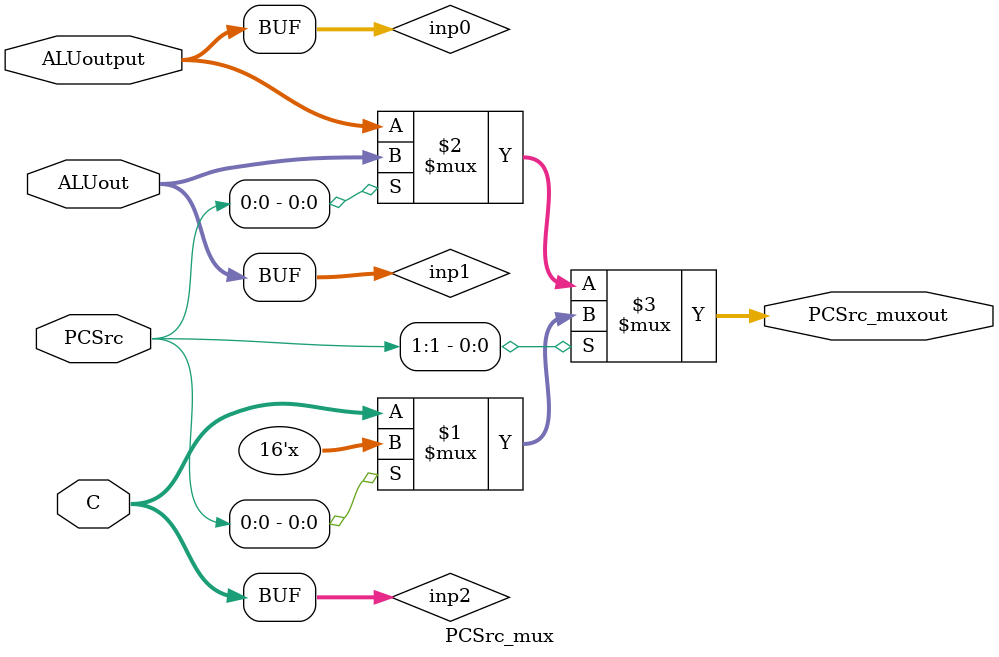
<source format=v>

`timescale 1ns / 1ps

module tb_multi_cycle;
    
    reg clk;
    reg reset;
    
    multi_cycle uut(.clk(clk), .reset(reset));
    
    wire [15:0] reg1, reg2, reg3, reg4, reg5, reg6, reg7, reg8,
    reg9, reg10, reg11, reg12, reg13, reg14, reg15;
    
    assign reg1 = uut.I.rf.registers[4'd1];
    assign reg2 = uut.I.rf.registers[4'd2];
    assign reg3 = uut.I.rf.registers[4'd3];
    assign reg4 = uut.I.rf.registers[4'd4];
    assign reg5 = uut.I.rf.registers[4'd5];
    assign reg6 = uut.I.rf.registers[4'd6];
    assign reg7 = uut.I.rf.registers[4'd7];
    assign reg8 = uut.I.rf.registers[4'd8];
    assign reg9 = uut.I.rf.registers[4'd9];
    assign reg10 = uut.I.rf.registers[4'd10];
    assign reg11 = uut.I.rf.registers[4'd11];
    assign reg12 = uut.I.rf.registers[4'd12];
    assign reg13 = uut.I.rf.registers[4'd13];
    assign reg14 = uut.I.rf.registers[4'd14];
    assign reg15 = uut.I.rf.registers[4'd15];
    
    wire [15:0] mem_data, Address, IR, MDR, ALUout, PC;
    wire [1:0] PCSrc;
    wire MemRead, PCWrite;
    
    assign mem_data = uut.I.insMem.mem_data;
    assign Address = uut.I.insMem.Address;
    assign MemRead = uut.MemRead;
    assign IR = uut.IR;
    assign MDR = uut.I.mdrReg.MDR;
    assign ALUout = uut.ALUout;
    assign PC = uut.PC;
    assign PCSrc = uut.PCSrc;
    assign PCWrite = uut.PCWrite;
    
    always #5 clk = ~clk;
    
    initial
    begin
        clk = 1'b0;
        reset = 1'b1;
        #10
        reset=1'b0;
    end
    
    always@*
    begin
    $display("The values of the internal registers 1-15 are - ");
    $display("%d, %d, %d, %d, %d, %d, %d, %d, %d, %d, %d, %d, %d, %d, %d", reg1, reg2, reg3, reg4, reg5, reg6, reg7, reg8,
    reg9, reg10, reg11, reg12, reg13, reg14, reg15);
    end
    
    always@*
    begin
    $display("Instruction Register (IR), PC (Program Counter),  ALUout - ");
    $display("%d, %d, %d ", IR, PC, ALUout);
    end
    
endmodule

//------------------------------------------------------------------------------------------------------------------------

`timescale 1ns / 1ps

module multi_cycle(
clk, reset
    );

input clk, reset;
wire [3:0] opcode, func_field;
wire PCWrite, PCWriteCond, MemReadI, MemRead, MemWrite, IRWrite, RegWrite, RegDst, MemToReg, Branch;
wire [1:0] ALUSrcA, Shiftop, PCSrc;
wire [2:0] ALUSrcB, ALUop;
wire [4:0] present_state, next_state;

controlunit cu(
opcode, func_field, clk, reset, present_state, next_state, 
PCWrite, PCWriteCond, MemReadI, MemRead, MemWrite, IRWrite, RegWrite, RegDst, MemToReg, Branch, 
ALUSrcA, Shiftop, PCSrc, 
ALUSrcB, ALUop
    );
    
wire [15:0] A,  B;
wire [3:0] IR74;
wire [15:0] Result;
wire Carryout, ZeroBit;
    
alu my_alu(
A, B, IR74, Shiftop, ALUop, Result, Carryout, ZeroBit
    );

wire [15:0] RegA, RegB, RegC, RegD, RegE;
wire [15:0] IR;
wire [15:0] Address;
reg [15:0] ALUout;

interconnect I(.A(RegA), .B(RegB), .C(RegC), .D(RegD), .E(RegE), 
.IR(IR), .clk(clk), .IRWrite(IRWrite), .Address(Address), .MemReadI(MemReadI), .MemRead(MemRead), .RegWrite(RegWrite), 
.RegDst(RegDst), .MemToReg(MemToReg), .ALUout(ALUout), .MemWrite(MemWrite));

always@(posedge clk)
begin
ALUout <= Result;
end

wire [15:0] PCSrc_muxout;
wire [15:0] PC;

assign opcode = IR[15:12];
assign func_field = IR[3:0];
assign IR74 = IR[7:4];
assign Address = PC;

PC_reg pc_r(.reset(reset), .PCSrc_muxout(PCSrc_muxout), .PCWrite(PCWrite), .PCWriteCond(PCWriteCond), 
.zero(ZeroBit), .Branch(Branch), .clk(clk) , .PC(PC));

wire [15:0] ALUSrcB_muxout, ALUSrcA_muxout;

ALUSrcB_mux aluBmux(.IR(IR), .B(RegB), .ALUSrcB(ALUSrcB), .ALUSrcB_muxout(ALUSrcB_muxout)); 
ALUSrcA_mux aluAmux(.PC(PC), .A(RegA), .C(RegC), .D(RegD), .ALUSrcA(ALUSrcA), .ALUSrcA_muxout(ALUSrcA_muxout));

assign A = ALUSrcA_muxout;
assign B = ALUSrcB_muxout;

PCSrc_mux pcmux(.ALUoutput(Result), .ALUout(ALUout), .C(RegC), .PCSrc(PCSrc), .PCSrc_muxout(PCSrc_muxout));

endmodule

//------------------------------------------------------------------------------------------------------------------------

`timescale 1ns / 1ps

module alu(
A, B, IR74, Shiftop, ALUop, Result, Carryout, ZeroBit
    );

input [15:0] A,  B;
input [3:0] IR74;
// amount of shift
input [1:0] Shiftop;
// tells whether to shift arithmetic left, logical left, logical right etc
input [2:0] ALUop;
output reg [15:0] Result;
output Carryout, ZeroBit;

wire Binvert;
wire [1:0] ALUop10;
assign Binvert = ALUop [2];
assign ALUop10 = ALUop [1:0];

wire [15:0] Result0, Result1, Result2, Result3;

assign Result0 = {~(A[15]&B[15]), ~(A[14]&B[14]), ~(A[13]&B[13]), ~(A[12]&B[12]), ~(A[11]&B[11]), 
~(A[10]&B[10]), ~(A[9]&B[9]), ~(A[8]&B[8]), ~(A[7]&B[7]), ~(A[6]&B[6]), ~(A[5]&B[5]), 
~(A[4]&B[4]), ~(A[3]&B[3]), ~(A[2]&B[2]), ~(A[1]&B[1]), ~(A[0]&B[0])};

assign Result1 = {(A[15]|B[15]), (A[14]|B[14]), (A[13]|B[13]), (A[12]|B[12]), (A[11]|B[11]), 
(A[10]|B[10]), (A[9]|B[9]), (A[8]|B[8]), (A[7]|B[7]), (A[6]|B[6]), (A[5]|B[5]), 
(A[4]|B[4]), (A[3]|B[3]), (A[2]|B[2]), (A[1]|B[1]), (A[0]|B[0])};

wire [15:0] B_src_adder;

assign B_src_adder = Binvert? ~B : B;

adder16bit FA16(.X(A), .Y(B_src_adder), .Carryin(Binvert), .Result2(Result2), .Carryout(Carryout));

nor (ZeroBit, Result2[15], Result2[14], Result2[13], Result2[12], Result2[11], Result2[10], Result2[9], 
Result2[8], Result2[7], Result2[6], Result2[5], Result2[4], Result2[3], Result2[2], 
Result2[1], Result2[0]);

shiftreg SR(A, Shiftop, IR74, Result3);

always@(*)
begin
case(ALUop10)
2'b00: Result = Result0;
2'b01: Result = Result1;
2'b10: Result = Result2;
2'b11: Result = Result3;
default: Result = 16'dz;
endcase
end

endmodule

`timescale 1ns / 1ps

module shiftreg(
A, Shiftop, IR74, Result3
    );

input [15:0] A;
input [1:0] Shiftop;
// if 01, logical left
// if 10, logical right
// if 11, arithmetic left
input [3:0] IR74;
// amount of shifr
output reg [15:0] Result3;

always@(*)
begin

case(Shiftop)

2'b01: 
begin
case(IR74)
4'd0: Result3 = A;
4'd1: Result3 = {A[14:0], 1'd0};
4'd2: Result3 = {A[13:0], 2'd0};
4'd3: Result3 = {A[12:0], 3'd0};
4'd4: Result3 = {A[11:0], 4'd0};
4'd5: Result3 = {A[10:0], 5'd0};
4'd6: Result3 = {A[9:0], 6'd0};
4'd7: Result3 = {A[8:0], 7'd0};
4'd8: Result3 = {A[7:0], 8'd0};
4'd9: Result3 = {A[6:0], 9'd0};
4'd10: Result3 = {A[5:0], 10'd0};
4'd11: Result3 = {A[4:0], 11'd0};
4'd12: Result3 = {A[3:0], 12'd0};
4'd13: Result3 = {A[2:0], 13'd0};
4'd14: Result3 = {A[1:0], 14'd0};
4'd15: Result3 = {A[0], 15'd0};
default: Result3 = 16'dz;
endcase
end

2'b10: 
begin
case(IR74)
4'd0: Result3 = A;
4'd1: Result3 = {1'd0, A[15:1]};
4'd2: Result3 = {2'd0, A[15:2]};
4'd3: Result3 = {3'd0, A[15:3]};
4'd4: Result3 = {4'd0, A[15:4]};
4'd5: Result3 = {5'd0, A[15:5]};
4'd6: Result3 = {6'd0, A[15:6]};
4'd7: Result3 = {7'd0, A[15:7]};
4'd8: Result3 = {8'd0, A[15:8]};
4'd9: Result3 = {9'd0, A[15:9]};
4'd10: Result3 = {10'd0, A[15:10]};
4'd11: Result3 = {11'd0, A[15:11]};
4'd12: Result3 = {12'd0, A[15:12]};
4'd13: Result3 = {13'd0, A[15:13]};
4'd14: Result3 = {14'd0, A[15:14]};
4'd15: Result3 = {15'd0, A[15]};
default: Result3 = 16'dz;
endcase
end

2'b11: 
begin
case(IR74)
4'd0: Result3 = A;
4'd1: Result3 = {A[15], A[15:1]};
4'd2: Result3 = {A[15], A[15], A[15:2]};
4'd3: Result3 = {A[15], A[15], A[15], A[15:3]};
4'd4: Result3 = {A[15], A[15], A[15], A[15], A[15:4]};
4'd5: Result3 = {A[15], A[15], A[15], A[15], A[15], A[15:5]};
4'd6: Result3 = {A[15], A[15], A[15], A[15], A[15], A[15], A[15:6]};
4'd7: Result3 = {A[15], A[15], A[15], A[15], A[15], A[15], A[15], A[15:7]};
4'd8: Result3 = {A[15], A[15], A[15], A[15], A[15], A[15], A[15], A[15], A[15:8]};
4'd9: Result3 = {A[15], A[15], A[15], A[15], A[15], A[15], A[15], A[15], A[15], A[15:9]};
4'd10: Result3 = {A[15], A[15], A[15], A[15], A[15], A[15], A[15], A[15], A[15], A[15], A[15:10]};
4'd11: Result3 = {A[15], A[15], A[15], A[15], A[15], A[15], A[15], A[15], A[15], A[15], A[15], A[15:11]};
4'd12: Result3 = {A[15], A[15], A[15], A[15], A[15], A[15], A[15], A[15], A[15], A[15], A[15], A[15], A[15:12]};
4'd13: Result3 = {A[15], A[15], A[15], A[15], A[15], A[15], A[15], A[15], A[15], A[15], A[15], A[15], A[15], A[15:13]};
4'd14: Result3 = {A[15], A[15], A[15], A[15], A[15], A[15], A[15], A[15], A[15], A[15], A[15], A[15], A[15], A[15], A[15:14]};
4'd15: Result3 = {A[15], A[15], A[15], A[15], A[15], A[15], A[15], A[15], A[15], A[15], A[15], A[15], A[15], A[15], A[15], A[15]};
default: Result3 = 16'dz;
endcase
end

default: Result3 = 16'dz;

endcase

end

endmodule

`timescale 1ns / 1ps

module adder16bit(
X, Y, Carryin, Result2, Carryout
    );

input Carryin;
input [15:0] X, Y;
output [15:0] Result2;
output Carryout;

wire [16:0] a;

assign a = {1'b0, X} + {1'b0, Y} + Carryin;

assign Carryout = a[16];
assign Result2 = a[15:0];

endmodule

//-------------------------------------------------------------------------------------------------------------------------------------

`timescale 1ns / 1ps

module adder16bit_tb;

wire [15:0] Result2;
wire Carryout;
reg [15:0] X, Y;
reg Carryin;

adder16bit x(X, Y, Carryin, Result2, Carryout);

initial begin

Carryin=1'b0;
X=16'd10000;
Y=16'd5000;
#5
Carryin = 1'b1;
#5
X=16'b1111_1111_1111_1111;
Y=16'b1111_1111_1111_1111;
#5
X=16'd0;
#5
Y=16'd0;
#5
Carryin=1'b0;
#5
Carryin=1'b1;
X=16'd8926;
Y=16'd65000;

end

endmodule

//----------------------------------------------------------------------------------------------------------------------------------------

`timescale 1ns / 1ps

module shiftreg_tb;

wire [15:0] Result3;
reg [15:0] A;
reg [3:0] IR74;
reg [1:0] Shiftop;

shiftreg x(A, Shiftop, IR74, Result3);

initial begin

Shiftop = 2'd1;
A= 16'b1011_0000_1010_1001;
IR74 = 4'd14;
#5
IR74 = 4'd3;
#5
IR74 = 4'd0;
#5
A= 16'b1000_1110_1110_1011;
IR74 = 4'd1;
#5
IR74 = 4'd6;
#5

Shiftop = 2'd3;
A= 16'b1111_0000_1010_1111;
IR74 = 4'd5;
#5
IR74 = 4'd0;
#5
A= 16'b0110_0010_1011_0101;
IR74 = 4'd9;
#5

Shiftop = 2'd2;
A= 16'b1111_0000_1010_1111;
IR74 = 4'd5;
#5
IR74 = 4'd0;
#5
A= 16'b0110_0010_1011_0101;
IR74 = 4'd9;
#5

Shiftop=2'd3;
A=16'b1000_0010_0110_0101;
IR74=4'd12;
#5

Shiftop=2'd1;
A=16'b1111_0010_1000_1010;
IR74=4'd3;
#5

Shiftop=2'd2;
A=16'b1110_1010_1000_1010;
IR74=4'd2;

end

endmodule

//----------------------------------------------------------------------------------------------------------------------------------

`timescale 1ns / 1ps

module alu_tb;

reg [15:0] A,  B;
reg [3:0] IR74;
reg [1:0] Shiftop;
reg [2:0] ALUop;
wire [15:0] Result;
wire Carryout, ZeroBit;

alu my_alu(A, B, IR74, Shiftop, ALUop, Result, Carryout, ZeroBit);

initial begin

ALUop = 3'b000;
A = 16'd0;
B = 16'd0;
#5
A = 16'b0011_0101_1010_1111;
B = 16'b1110_1100_0010_0110;
#5
A = 16'b1111_1111_1111_1111;
B = 16'b0100_1100_1011_1001;
#5

ALUop = 3'b001;
A = 16'd0;
B = 16'b1110_1101_1001_0011;
#5
A = 16'b1111_0000_0000_1010;
B = 16'b1110_1101_1001_0011;

ALUop = 3'b011;
Shiftop = 2'b11;
IR74 = 4'd8;
A = 16'b1110_1101_1001_0011;
#5
A = 16'b1111_0000_0000_1010;
IR74=4'd2;
Shiftop = 2'b10;
#5
Shiftop = 2'b01;
#5
IR74=4'd0;
#5

ALUop = 3'b010;
A = 16'd0;
B = 16'b1110_1101_1001_0011;
#5
B = 16'd0;
#5
A=16'd100;
B=16'd200;
#5
A=16'd60000;
B=16'd10000;
#5

ALUop = 3'b110;
A = 16'd500;
B = 16'd2;
#5
B = 16'd0;
#5
A=16'b1000_1111_0000_1011;
B=16'b0100_1011_1010_1001;
#5
A=16'd15432;
B=16'd15432;
#5

ALUop=3'b100;
A=16'b1111_0000_1111_0000;
B=16'b0011_0111_1000_1001;
#5
ALUop=3'b001;
#5
ALUop=3'd2;
#5
ALUop=3'd6;
#5
ALUop=3'd3;
Shiftop=2'd2;
IR74=4'd6;
#5
Shiftop=2'd1;
IR74=4'd1;

end

endmodule

//--------------------------------------------------------------------------------------------------------------------------------

`timescale 1ns / 1ps

module controlunit(
opcode, func_field, clk, reset, present_state, next_state, 
PCWrite, PCWriteCond, MemReadI, MemRead, MemWrite, IRWrite, RegWrite, RegDst, MemToReg, Branch,
ALUSrcA, Shiftop, PCSrc, 
ALUSrcB, ALUop
    );

input clk, reset;
input [3:0] opcode, func_field;
output reg PCWrite, PCWriteCond, MemReadI, MemRead, MemWrite, IRWrite, RegWrite, RegDst, MemToReg, Branch;
output reg [1:0] ALUSrcA, Shiftop, PCSrc;
output reg [2:0] ALUSrcB, ALUop;
output reg [4:0] present_state, next_state;

localparam state0 = 5'd0, state1=5'd1, state2 = 5'd2, state3 = 5'd3, 
state4 = 5'd4, state5 = 5'd5, state6=5'd6, state7=5'd7, state8=5'd8, state9=5'd9, state10=5'd10,
state11 = 5'd11, state12 = 5'd12, state13 = 5'd13, state14 = 5'd14, state15 = 5'd15, state16 = 5'd16, 
state17 = 5'd17, state18 = 5'd18, state19 = 5'd19, state20 = 5'd20, state21 = 5'd21, state22 = 5'd22;

always @(posedge clk)
begin
if(reset)
present_state <= state0;
else
present_state <= next_state;
end

always @(*)
// outputs
begin
case(present_state)
state0: begin MemReadI = 1'b1;
Branch=1'b0; 
IRWrite = 1'b1; 
ALUSrcA = 2'b00; 
ALUSrcB = 3'b001; 
ALUop = 3'b010; 
PCSrc = 2'b00; 
PCWrite = 1'b1; 
RegWrite = 1'b0; 
MemRead = 1'b0;
MemWrite = 1'b0; end
state1: begin MemReadI = 1'b0;
Branch=1'b0; 
PCWrite = 1'b0;
RegWrite = 1'b0;
MemRead = 1'b0;
MemWrite = 1'b0;
IRWrite = 1'b0; end
state2: begin ALUSrcA = 2'b01;
Branch=1'b0;
ALUSrcB = 3'b000;
ALUop = 3'b010;
MemReadI = 1'b0;
PCWrite = 1'b0;
RegWrite = 1'b0;
MemRead = 1'b0;
MemWrite = 1'b0;
IRWrite = 1'b0; end
state3: begin MemToReg = 1'b0;
Branch=1'b0;
RegDst = 1'b1;
RegWrite = 1'b1;
MemReadI = 1'b0;
PCWrite = 1'b0;
MemRead = 1'b0;
MemWrite = 1'b0;
IRWrite = 1'b0; end
state4: begin ALUSrcA = 2'b01;
Branch=1'b0;
ALUSrcB = 3'b000;
ALUop = 3'b110;
MemReadI = 1'b0;
PCWrite = 1'b0;
RegWrite = 1'b0;
MemRead = 1'b0;
MemWrite = 1'b0;
IRWrite = 1'b0; end
state5: begin ALUSrcA = 2'b01;
Branch=1'b0;
ALUSrcB = 3'b000;
ALUop = 3'b000;
MemReadI = 1'b0;
PCWrite = 1'b0;
RegWrite = 1'b0;
MemRead = 1'b0;
MemWrite = 1'b0;
IRWrite = 1'b0; end
state6: begin ALUSrcA = 2'b01;
Branch=1'b0;
ALUSrcB = 3'b000;
ALUop = 3'b001;
MemReadI = 1'b0;
PCWrite = 1'b0;
RegWrite = 1'b0;
MemRead = 1'b0;
MemWrite = 1'b0;
IRWrite = 1'b0; end
state7: begin ALUSrcA = 2'b10;
Branch=1'b0;
ALUSrcB = 3'b101;
ALUop = 3'b010;
MemReadI = 1'b0;
PCWrite = 1'b0;
RegWrite = 1'b0;
MemRead = 1'b0;
MemWrite = 1'b0;
IRWrite = 1'b0; end
state8: begin ALUSrcA = 2'b10;
Branch=1'b0;
ALUSrcB = 3'b100;
ALUop = 3'b010;
MemReadI = 1'b0;
PCWrite = 1'b0;
RegWrite = 1'b0;
MemRead = 1'b0;
MemWrite = 1'b0;
IRWrite = 1'b0; end
state9: begin ALUSrcA = 2'b10;
Branch=1'b0;
ALUSrcB = 3'b101;
ALUop = 3'b110;
MemReadI = 1'b0;
PCWrite = 1'b0;
RegWrite = 1'b0;
MemRead = 1'b0;
MemWrite = 1'b0;
IRWrite = 1'b0; end
state10: begin ALUSrcA = 2'b10;
Branch=1'b0;
ALUSrcB = 3'b100;
ALUop = 3'b110;
MemReadI = 1'b0;
PCWrite = 1'b0;
RegWrite = 1'b0;
MemRead = 1'b0;
MemWrite = 1'b0;
IRWrite = 1'b0; end
state11: begin ALUSrcA = 2'b10;
Branch=1'b0;
ALUSrcB = 3'b101;
ALUop = 3'b000;
MemReadI = 1'b0;
PCWrite = 1'b0;
RegWrite = 1'b0;
MemRead = 1'b0;
MemWrite = 1'b0;
IRWrite = 1'b0; end
state12: begin ALUSrcA = 2'b10;
Branch=1'b0;
ALUSrcB = 3'b101;
ALUop = 3'b001;
MemReadI = 1'b0;
PCWrite = 1'b0;
RegWrite = 1'b0;
MemRead = 1'b0;
MemWrite = 1'b0;
IRWrite = 1'b0; end
state13: begin ALUSrcA = 2'b10;
Branch=1'b0;
ALUop = 3'b011;
Shiftop = 2'b01;
MemReadI = 1'b0;
PCWrite = 1'b0;
RegWrite = 1'b0;
MemRead = 1'b0;
MemWrite = 1'b0;
IRWrite = 1'b0; end
state14: begin ALUSrcA = 2'b10;
Branch=1'b0;
ALUop = 3'b011;
Shiftop = 2'b10;
MemReadI = 1'b0;
PCWrite = 1'b0;
RegWrite = 1'b0;
MemRead = 1'b0;
MemWrite = 1'b0;
IRWrite = 1'b0; end
state15: begin ALUSrcA = 2'b10;
Branch=1'b0;
ALUop = 3'b011;
Shiftop = 2'b11;
MemReadI = 1'b0;
PCWrite = 1'b0;
RegWrite = 1'b0;
MemRead = 1'b0;
MemWrite = 1'b0;
IRWrite = 1'b0; end
state16: begin ALUSrcA = 2'b01;
Branch=1'b1;
ALUSrcB = 3'b000;
ALUop = 3'b110;
PCWrite = 1'b0;
PCWriteCond =1'b1;
PCSrc = 2'b10;
MemReadI = 1'b0;
RegWrite = 1'b0;
MemRead = 1'b0;
MemWrite = 1'b0;
IRWrite = 1'b0; end
state17: begin ALUSrcA = 2'b01;
Branch=1'b1;
ALUSrcB = 3'b000;
ALUop = 3'b110;
PCWrite = 1'b0;
PCWriteCond = 1'b0;
PCSrc = 2'b10;
MemReadI = 1'b0;
RegWrite = 1'b0;
MemRead = 1'b0;
MemWrite = 1'b0;
IRWrite = 1'b0; end
state18: begin ALUSrcA = 2'b00;
Branch=1'b0;
ALUSrcB = 3'b011;
ALUop = 3'b010;
PCSrc = 2'b00;
PCWrite = 1'b1;
MemReadI = 1'b0;
RegWrite = 1'b0;
MemRead = 1'b0;
MemWrite = 1'b0;
IRWrite = 1'b0; end
state19: begin ALUSrcA = 2'b11;
Branch=1'b0;
ALUSrcB = 3'b010;
ALUop = 3'b010;
PCWrite = 1'b0;
MemReadI = 1'b0;
RegWrite = 1'b0;
MemRead = 1'b0;
MemWrite = 1'b0;
IRWrite = 1'b0; end
state20: begin MemWrite = 1'b1;
Branch=1'b0;
PCWrite = 1'b0;
MemReadI = 1'b0;
RegWrite = 1'b0;
MemRead = 1'b0;
IRWrite = 1'b0; end
state21: begin MemRead = 1'b1;
Branch=1'b0;
PCWrite = 1'b0;
MemReadI = 1'b0;
RegWrite = 1'b0;
MemWrite = 1'b0;
IRWrite = 1'b0; end
state22: begin MemToReg = 1'b1;
Branch=1'b0;
RegDst = 1'b0;
RegWrite = 1'b1;
PCWrite = 1'b0;
MemReadI = 1'b0;
MemRead = 1'b0;
MemWrite = 1'b0;
IRWrite = 1'b0; end
default: PCWrite = 1'bz;
//doesn't matter what the default case does, just need one so latch isn't synthesised
endcase
end

always @(*)
// next_state calculation
begin
case(present_state)
state0: next_state = state1;
state1: begin case(opcode)
4'b1000: next_state = state2;
4'b1100: next_state = state4;
4'b1011: next_state = state5;
4'b1111: next_state = state6;
4'b1001: next_state = state7;
4'b1010: next_state = state8;
4'b1101: next_state = state9;
4'b1110: next_state = state10;
4'b0111: next_state = state11;
4'b0110: next_state = state12;
4'b0000: next_state = func_field[0]? (func_field[1]?state15:state13) : state14;
4'b0100: next_state = state16;
4'b0101: next_state = state17;
4'b0011: next_state = state18;
4'b0010: next_state = state19;
4'b0001: next_state = state19;
default: next_state = 4'bzzzz;
endcase
end
state2: next_state = state3;
state3: next_state = state0;
state4: next_state = state3;
state5: next_state = state3;
state6: next_state = state3;
state7: next_state = state3;
state8: next_state = state3;
state9: next_state = state3;
state10: next_state = state3;
state11: next_state = state3;
state12: next_state = state3;
state13: next_state = state3;
state14: next_state = state3;
state15: next_state = state3;
state16: next_state = state0;
state17: next_state = state0;
state18: next_state = state0;
state19: next_state = opcode[0]?state21:state20;
state20: next_state = state0;
state21: next_state = state22;
state22: next_state = state0;
default: next_state = 4'dz;
endcase

end

endmodule

//----------------------------------------------------------------------------------------------------------------------------

`timescale 1ns / 1ps

module controlunit_tb;

reg clk, reset;
reg [3:0] opcode, func_field;
wire PCWrite, PCWriteCond, MemReadI, MemRead, MemWrite, IRWrite, RegWrite, RegDst, MemToReg, Branch;
wire [1:0] ALUSrcA, Shiftop, PCSrc;
wire [2:0] ALUSrcB, ALUop;
wire [4:0] present_state, next_state;

controlunit cu(
opcode, func_field, clk, reset, present_state, next_state, 
PCWrite, PCWriteCond, MemReadI, MemRead, MemWrite, IRWrite, RegWrite, RegDst, MemToReg, Branch, 
ALUSrcA, Shiftop, PCSrc, 
ALUSrcB, ALUop);

always #5 clk=~clk;

initial begin
clk=1'b0;
reset=1'b1;
#10
// checking state transition for each opcode
opcode=4'b1000;
reset=1'b0;
#40
opcode=4'b1100;
#40
opcode=4'b1011;
#40
opcode=4'b1100;
#40
opcode=4'b1111;
#40
opcode=4'b1001;
#40
opcode=4'b1010;
#40
opcode=4'b1101;
#40
opcode=4'b1110;
#40
opcode=4'b0111;
#40
opcode=4'b0110;
#40
opcode=4'b0000;
func_field = 4'b0001;
#40
opcode=4'b0000;
func_field = 4'b0010;
#40
opcode=4'b0000;
func_field = 4'b0011;
#40
opcode=4'b0100;
#30
opcode=4'b0101;
#30
opcode=4'b0011;
#30
opcode=4'b0010;
#40
opcode=4'b0001;
#50;



end

endmodule

//-----------------------------------------------------------------------------------------------------------------------------

// memory not equal to 64kB
// registers other than r0 initialized
// instantiate interconnect, inputs and outputs:
// outputs: A, B, C, D, E, IR; inputs: clk, IRWrite, Address, MemReadI, MemRead, RegWrite, RegDst, MemToReg, ALUout;
// connect it between PC and ALU

//------------------------------------------------------------------------
// interconnect module (interconnects, muxes...)

module interconnect(A, B, C, D, E, IR, clk, IRWrite, Address, MemReadI, MemRead, RegWrite, RegDst, MemToReg, ALUout, MemWrite); // outputs: A, B, C, D, E, IR; inputs: clk, IRWrite, Address, MemReadI, MemRead, RegWrite, RegDst, MemToReg, ALUout;

    // direct connections
    input wire clk;
    output wire [15:0] A;
    wire [15:0] read_data1;
    output wire [15:0] B;
    wire [15:0] read_data2;
    output wire [15:0] C;
    wire [15:0] read_data3;
    output wire [15:0] D;
    wire [15:0] read_data4;
    output wire [15:0] E;
    wire [15:0] read_data5;
    output wire [15:0] IR;
    input wire IRWrite;
    wire [15:0] MDR;
    wire [15:0] mem_dataI;
    input wire [15:0] Address;
    input wire MemReadI;
    wire [15:0] mem_data;
    input wire MemRead;
    input wire MemWrite;
    
    // might involve muxes
    wire [3:0] read_reg1;
    wire [3:0] read_reg2;
    wire [3:0] read_reg3;
    wire [3:0] read_reg4;
    wire [3:0] read_reg5;
    wire [3:0] write_register;
    wire [15:0] write_data;
    input wire RegWrite;
    input wire RegDst;
    input wire MemToReg;
    input wire [15:0] ALUout;

    assign read_reg1 = IR[7:4];
    assign read_reg2 = IR[3:0];
    assign read_reg3 = IR[11:8];
    assign read_reg4 = {2'b10, IR[9:8]};
    assign read_reg5 = {2'b11, IR[11:10]};
    assign write_data = (MemToReg)? MDR : ALUout;
    assign write_register = (RegDst)? IR[11:8] : {2'b11, IR[11:10]};

    register_file rf(.read_data1(read_data1), .read_data2(read_data2), .read_data3(read_data3), .read_data4(read_data4), .read_data5(read_data5), .read_reg1(read_reg1), .read_reg2(read_reg2), .read_reg3(read_reg3), .read_reg4(read_reg4), .read_reg5(read_reg5), .write_register(write_register), .write_data(write_data), .RegWrite(RegWrite), .clk(clk));// (read_data1, read_data2, read_data3, read_data4, read_data5, read_reg1, read_reg2, read_reg3, read_reg4, read_reg5, write_register, write_data, RegWrite, clk)
    register_A rA(.A(A), .read_data1(read_data1), .clk(clk));    // (A, read_data1, clk)
    register_B rB(.B(B), .read_data2(read_data2), .clk(clk));    // (B, read_data2, clk)
    register_C rC(.C(C), .read_data3(read_data3), .clk(clk));    // (C, read_data3, clk)
    register_D rD(.D(D), .read_data4(read_data4), .clk(clk));    // (D, read_data4, clk)
    register_E rE(.E(E), .read_data5(read_data5), .clk(clk));    // (E, read_data5, clk)
    instruction_register insReg(.IR(IR), .IRWrite(IRWrite), .mem_data(mem_dataI), .clk(clk));  // (IR, IRWrite, mem_data, clk)
    MDR_reg mdrReg(.MDR(MDR), .mem_data(mem_data), .clk(clk));   // (MDR, mem_data, clk)
    instruction_memory insMem(.mem_data(mem_dataI), .Address(Address), .MemReadI(MemReadI));    // (mem_data, Address, MemReadI)
    data_memory dataMem(.mem_data(mem_data), .Address(ALUout), .MemRead(MemRead), .MemWrite(MemWrite), .write_data(E));  // (mem_data, Address, MemRead, MemWrite, write_data)

endmodule


//------------------------------------------------------------------------
// register file

module register_file(read_data1, read_data2, read_data3, read_data4, read_data5, read_reg1, read_reg2, read_reg3, read_reg4, read_reg5, write_register, write_data, RegWrite, clk);
    
    output [15:0] read_data1;
    output [15:0] read_data2;
    output [15:0] read_data3;
    output [15:0] read_data4;
    output [15:0] read_data5;
    input [3:0] read_reg1;
    input [3:0] read_reg2;
    input [3:0] read_reg3;
    input [3:0] read_reg4;
    input [3:0] read_reg5;
    input [3:0] write_register;
    input [15:0] write_data;
    input RegWrite;
    input clk;
    
    reg [15:0] registers [15:0];
    
    initial
    begin
        registers[4'd0] = 16'd0; // r0 = 0
        registers[4'd1] = 16'd8;
        registers[4'd2] = 16'd4;
        registers[4'd3] = 16'd2;
        registers[4'd4] = 16'd0; // r0 = 0
        registers[4'd5] = 16'd8;
        registers[4'd6] = 16'd4;
        registers[4'd7] = 16'd1000;
        registers[4'd8] = 16'd500;
        registers[4'd9] = 16'd0;
        registers[4'd10] = 16'd2;
        registers[4'd11] = 16'd0;
        registers[4'd12] = 16'd0;
        registers[4'd13] = 16'd0;
        registers[4'd14] = 16'd0;
        registers[4'd15] = 16'd0;
    end
    
    
    assign read_data1 = registers[read_reg1];
    assign read_data2 = registers[read_reg2];
    assign read_data3 = registers[read_reg3];
    assign read_data4 = registers[read_reg4];
    assign read_data5 = registers[read_reg5];
    
    always @ (posedge clk)
    begin
        if(RegWrite)
        begin
            registers[write_register] <= write_data;
        end
    end
    
endmodule

//------------------------------------------------------------------------
// registers (A, B, C, D & E)

module register_A(A, read_data1, clk);

    output reg [15:0] A;
    input [15:0] read_data1;
    input clk;
    
    always @ (posedge clk)
    begin
        A <= read_data1;
    end

endmodule

module register_B(B, read_data2, clk);

    output reg [15:0] B;
    input [15:0] read_data2;
    input clk;
    
    always @ (posedge clk)
    begin
        B <= read_data2;
    end

endmodule

module register_C(C, read_data3, clk);

    output reg [15:0] C;
    input [15:0] read_data3;
    input clk;
    
    always @ (posedge clk)
    begin
        C <= read_data3;
    end

endmodule

module register_D(D, read_data4, clk);

    output reg [15:0] D;
    input [15:0] read_data4;
    input clk;
    
    always @ (posedge clk)
    begin
        D <= read_data4;
    end

endmodule

module register_E(E, read_data5, clk);

    output reg [15:0] E;
    input [15:0] read_data5;
    input clk;
    
    always @ (posedge clk)
    begin
        E <= read_data5;
    end

endmodule


//------------------------------------------------------------------------
// instruction register

module instruction_register(IR, IRWrite, mem_data, clk);
    
    output reg [15:0] IR;
    input IRWrite;
    input [15:0] mem_data;
    input clk;
    
    always @ (posedge clk)
    begin
        if(IRWrite)
        begin
            IR <= mem_data;
        end
    end
    
endmodule


//------------------------------------------------------------------------
// MDR

module MDR_reg(MDR, mem_data, clk);

    output reg [15:0] MDR;
    input [15:0] mem_data;
    input clk;
    
    always @ (posedge clk)
    begin
        MDR <= mem_data;
    end

endmodule


//------------------------------------------------------------------------
// instruction memory

module instruction_memory(mem_data, Address, MemReadI);

    output reg [15:0] mem_data;
    input [15:0] Address;
    input MemReadI;
    
    reg [7:0] ins_mem [127:0];   // code wasn't running for 64kB
    wire [15:0] nAddress;  // next address
    
    assign nAddress = Address + 16'b1;
    
    initial
    begin
        $readmemb("ins_mem.dat", ins_mem);
    end
    
    always @ (*)
    begin
        if(MemReadI)
        begin
            mem_data <= {ins_mem[nAddress], ins_mem[Address]};
        end
    end

endmodule


//------------------------------------------------------------------------
// data memory

module data_memory(mem_data, Address, MemRead, MemWrite, write_data);

    output reg [15:0] mem_data;
    input [15:0] Address;
    input MemRead;
    input MemWrite;
    input [15:0] write_data;

    reg [7:0] dat_mem [11:0];   // code wasn't running for 64kB
    wire [15:0] nAddress;  // next address
    
    assign nAddress = Address + 16'b1;
    
    initial
    begin
        $readmemb("dat_mem.dat", dat_mem);
    end
    
    always @ (*)
    begin
        if(MemRead)
        begin
            mem_data <= {dat_mem[nAddress], dat_mem[Address]};
        end
    end
    
    always @ (*)
    begin
        if(MemWrite)
        begin
            {dat_mem[nAddress], dat_mem[Address]} = write_data;
            $writememb("dat_mem.dat", dat_mem);
        end
    end

endmodule

//-----------------------------------------------------------------------------------------------------------------------------


`timescale 1ns/1ns

module PC_reg(input reset, input [15:0] PCSrc_muxout, input PCWrite, PCWriteCond, zero, clk, Branch ,output reg [15:0] PC); 

wire PCWriteCntl; 

assign PCWriteCntl = (( (~(zero^PCWriteCond))&(Branch) )|PCWrite)&(~reset); 

always@(posedge clk) begin 

	if(PCWriteCntl == 1'b1) begin 

	PC <= PCSrc_muxout; 

	end
end

always@(posedge clk) begin

    if(reset) begin
    
    PC <= 16'b0;
    
    end
end

endmodule 

module ALUSrcB_mux(input [15:0] IR, B, input [2:0] ALUSrcB, output [15:0] ALUSrcB_muxout); 

wire [15:0] inp0,inp1,inp2,inp3,inp4,inp5;

assign inp4 = {8'd0,IR[7:0]}; 
assign inp5 = IR[7]?{8'd1,IR[7:0]}:{8'd0,IR[7:0]};
assign inp2 = inp5<<1'b1; 
assign inp0 = B;
assign inp1 = 16'd2; 
assign inp3 = IR[11]?{4'd1,IR[11:0]}:{4'd0,IR[11:0]};

assign ALUSrcB_muxout = ALUSrcB[2]?(ALUSrcB[0]?inp5:inp4):(ALUSrcB[1]?(ALUSrcB[0]?inp3:inp2):(ALUSrcB[0]?inp1:inp0));

endmodule 

module ALUSrcA_mux(input [15:0] PC, A, C, D, input [1:0] ALUSrcA, output [15:0] ALUSrcA_muxout);

wire [15:0] inp0,inp1,inp2,inp3; 

assign inp0 = PC;
assign inp1 = A;
assign inp2 = C; 
assign inp3 = D; 

assign ALUSrcA_muxout = ALUSrcA[1]?(ALUSrcA[0]?inp3:inp2):(ALUSrcA[0]?inp1:inp0);

endmodule 

module PCSrc_mux(input [15:0] ALUoutput, ALUout, C, input [1:0] PCSrc, output [15:0] PCSrc_muxout);

wire [15:0] inp0,inp1,inp2; 

assign inp0 = ALUoutput; 
assign inp1 = ALUout; 
assign inp2 = C;

assign PCSrc_muxout = PCSrc[1]?(PCSrc[0]?16'dz:inp2):(PCSrc[0]?inp1:inp0); 
 
endmodule

//-------------------------------------------------------------------------------------------------------------------------------


</source>
